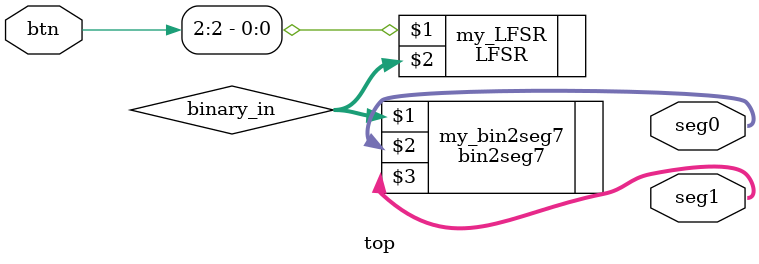
<source format=v>
module top(
    input [4:0] btn,
    output wire [7:0] seg0,
    output wire [7:0] seg1
);

wire [7:0] binary_in;
LFSR my_LFSR (btn[2], binary_in);
bin2seg7 my_bin2seg7 (binary_in, seg0, seg1);
endmodule

</source>
